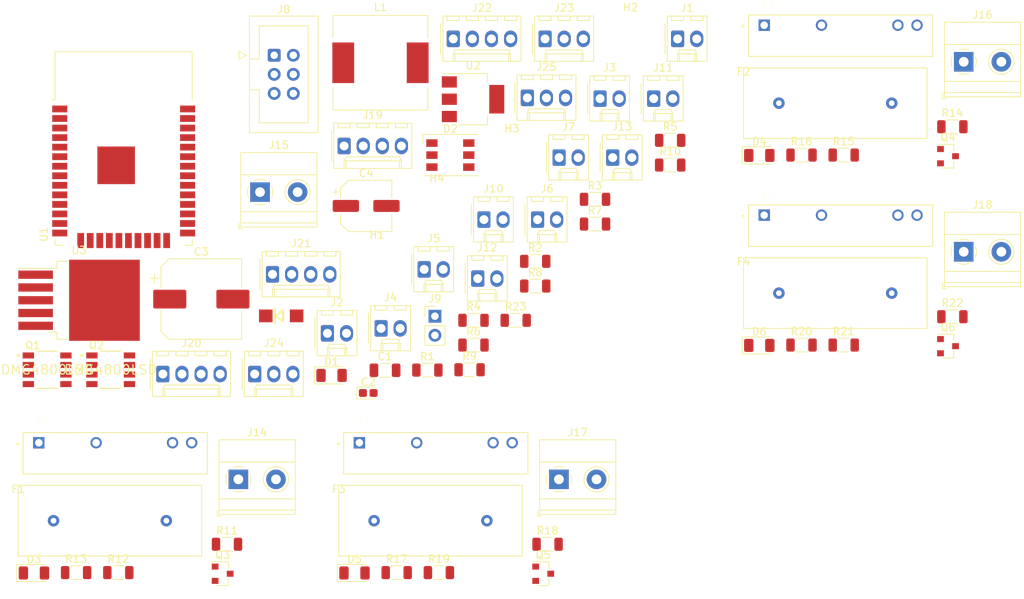
<source format=kicad_pcb>
(kicad_pcb (version 20171130) (host pcbnew 5.1.9-73d0e3b20d~88~ubuntu18.04.1)
  (layers (0 F.Cu signal) (31 B.Cu signal) (34 B.Paste user) (35 F.Paste user) (36 B.SilkS user) (37 F.SilkS user) (38 B.Mask user) (39 F.Mask user) (44 Edge.Cuts user))
  (net 0 "")
  (net 1 +5V)
  (net 2 GND)
  (net 3 +3V3)
  (net 4 +12V)
  (net 5 "Net-(D2-Pad4)")
  (net 6 "Net-(D2-Pad3)")
  (net 7 "Net-(D2-Pad2)")
  (net 8 "Net-(D2-Pad1)")
  (net 9 "Net-(D3-Pad2)")
  (net 10 "Net-(D3-Pad1)")
  (net 11 "Net-(D4-Pad1)")
  (net 12 "Net-(D4-Pad2)")
  (net 13 "Net-(D5-Pad2)")
  (net 14 "Net-(D5-Pad1)")
  (net 15 "Net-(D6-Pad1)")
  (net 16 "Net-(D6-Pad2)")
  (net 17 "Net-(D7-PadC)")
  (net 18 AC_N)
  (net 19 "Net-(F1-Pad1)")
  (net 20 "Net-(F2-Pad1)")
  (net 21 "Net-(F3-Pad1)")
  (net 22 "Net-(F4-Pad1)")
  (net 23 EN)
  (net 24 TX0)
  (net 25 RX0)
  (net 26 BOOT)
  (net 27 IO_OTA)
  (net 28 "Net-(J10-Pad1)")
  (net 29 "Net-(J11-Pad1)")
  (net 30 "Net-(J12-Pad1)")
  (net 31 "Net-(J13-Pad1)")
  (net 32 "Net-(J14-Pad1)")
  (net 33 AC_L)
  (net 34 "Net-(J16-Pad1)")
  (net 35 "Net-(J17-Pad1)")
  (net 36 "Net-(J18-Pad1)")
  (net 37 SDA0)
  (net 38 SCL0)
  (net 39 IO_A0)
  (net 40 IO_A1)
  (net 41 IO_DHT)
  (net 42 "Net-(Q1-Pad4)")
  (net 43 "Net-(Q1-Pad2)")
  (net 44 "Net-(Q2-Pad2)")
  (net 45 "Net-(Q2-Pad4)")
  (net 46 "Net-(Q3-Pad1)")
  (net 47 "Net-(Q4-Pad1)")
  (net 48 "Net-(Q5-Pad1)")
  (net 49 "Net-(Q6-Pad1)")
  (net 50 IO_STATUS)
  (net 51 PWM0)
  (net 52 PWM1)
  (net 53 PWM2)
  (net 54 PWM3)
  (net 55 IO_SSR0)
  (net 56 IO_SSR1)
  (net 57 IO_SSR2)
  (net 58 IO_SSR3)
  (net 59 "Net-(U1-Pad4)")
  (net 60 "Net-(U1-Pad5)")
  (net 61 "Net-(U1-Pad8)")
  (net 62 "Net-(U1-Pad9)")
  (net 63 "Net-(U1-Pad14)")
  (net 64 "Net-(U1-Pad17)")
  (net 65 "Net-(U1-Pad18)")
  (net 66 "Net-(U1-Pad19)")
  (net 67 "Net-(U1-Pad20)")
  (net 68 "Net-(U1-Pad21)")
  (net 69 "Net-(U1-Pad22)")
  (net 70 "Net-(U1-Pad23)")
  (net 71 "Net-(U1-Pad24)")
  (net 72 "Net-(U1-Pad29)")
  (net 73 "Net-(U1-Pad32)")
  (module TerminalBlock_Phoenix:TerminalBlock_Phoenix_MKDS-1,5-2_1x02_P5.00mm_Horizontal (layer F.Cu) (at 200.895001 53.873001)
    (fp_text reference J18 (at 2.5 -6.26) (layer F.SilkS))
    (fp_text value SSR_OUT)
    (pad 2 thru_hole circle (at 5 0) (size 2.6 2.6) (drill 1.3) (layers *.Cu *.Mask) (net 22 "Net-(F4-Pad1)"))
    (pad 1 thru_hole rect (at 0 0) (size 2.6 2.6) (drill 1.3) (layers *.Cu *.Mask) (net 36 "Net-(J18-Pad1)"))
  )
  (module TerminalBlock_Phoenix:TerminalBlock_Phoenix_MKDS-1,5-2_1x02_P5.00mm_Horizontal (layer F.Cu) (at 147.075001 84.153001)
    (fp_text reference J17 (at 2.5 -6.26) (layer F.SilkS))
    (fp_text value SSR_OUT)
    (pad 2 thru_hole circle (at 5 0) (size 2.6 2.6) (drill 1.3) (layers *.Cu *.Mask) (net 21 "Net-(F3-Pad1)"))
    (pad 1 thru_hole rect (at 0 0) (size 2.6 2.6) (drill 1.3) (layers *.Cu *.Mask) (net 35 "Net-(J17-Pad1)"))
  )
  (module TerminalBlock_Phoenix:TerminalBlock_Phoenix_MKDS-1,5-2_1x02_P5.00mm_Horizontal (layer F.Cu) (at 200.895001 28.593001)
    (fp_text reference J16 (at 2.5 -6.26) (layer F.SilkS))
    (fp_text value SSR_OUT)
    (pad 2 thru_hole circle (at 5 0) (size 2.6 2.6) (drill 1.3) (layers *.Cu *.Mask) (net 20 "Net-(F2-Pad1)"))
    (pad 1 thru_hole rect (at 0 0) (size 2.6 2.6) (drill 1.3) (layers *.Cu *.Mask) (net 34 "Net-(J16-Pad1)"))
  )
  (module TerminalBlock_Phoenix:TerminalBlock_Phoenix_MKDS-1,5-2_1x02_P5.00mm_Horizontal (layer F.Cu) (at 107.335001 45.933001)
    (fp_text reference J15 (at 2.5 -6.26) (layer F.SilkS))
    (fp_text value AC_IN)
    (pad 2 thru_hole circle (at 5 0) (size 2.6 2.6) (drill 1.3) (layers *.Cu *.Mask) (net 18 AC_N))
    (pad 1 thru_hole rect (at 0 0) (size 2.6 2.6) (drill 1.3) (layers *.Cu *.Mask) (net 33 AC_L))
  )
  (module TerminalBlock_Phoenix:TerminalBlock_Phoenix_MKDS-1,5-2_1x02_P5.00mm_Horizontal (layer F.Cu) (at 104.455001 84.153001)
    (fp_text reference J14 (at 2.5 -6.26) (layer F.SilkS))
    (fp_text value SSR_OUT)
    (pad 2 thru_hole circle (at 5 0) (size 2.6 2.6) (drill 1.3) (layers *.Cu *.Mask) (net 19 "Net-(F1-Pad1)"))
    (pad 1 thru_hole rect (at 0 0) (size 2.6 2.6) (drill 1.3) (layers *.Cu *.Mask) (net 32 "Net-(J14-Pad1)"))
  )
  (module SS54:DO-214AC (layer F.Cu) (at 110.15 62.405001)
    (fp_text reference D7 (at 0.535 -1.921) (layer F.SilkS) (effects (font (thickness 0.015))))
    (fp_text value SS54)
    (pad A smd rect (at 2.05 0) (size 1.8 1.7) (layers F.Cu F.Paste F.Mask) (net 2 GND))
    (pad C smd rect (at -2.05 0) (size 1.8 1.7) (layers F.Cu F.Paste F.Mask) (net 17 "Net-(D7-PadC)"))
  )
  (module eec:Diodes_Inc.-SO-8-03_2017-0-MFG (layer F.Cu) (at 79.030001 69.573001)
    (fp_text reference Q1 (at -3 -3.25) (layer F.SilkS) (effects (justify left)))
    (fp_text value DMG4800LSD (at 0 0) (layer F.SilkS) (effects (font (size 1.27 1.27))))
    (pad 8 smd rect (at 2.4975 -1.905) (size 1.505 0.802) (layers F.Cu F.Paste F.Mask) (net 28 "Net-(J10-Pad1)"))
    (pad 7 smd rect (at 2.4975 -0.635) (size 1.505 0.802) (layers F.Cu F.Paste F.Mask) (net 28 "Net-(J10-Pad1)"))
    (pad 6 smd rect (at 2.4975 0.635) (size 1.505 0.802) (layers F.Cu F.Paste F.Mask) (net 29 "Net-(J11-Pad1)"))
    (pad 5 smd rect (at 2.4975 1.905) (size 1.505 0.802) (layers F.Cu F.Paste F.Mask) (net 29 "Net-(J11-Pad1)"))
    (pad 4 smd rect (at -2.4975 1.905) (size 1.505 0.802) (layers F.Cu F.Paste F.Mask) (net 42 "Net-(Q1-Pad4)"))
    (pad 3 smd rect (at -2.4975 0.635) (size 1.505 0.802) (layers F.Cu F.Paste F.Mask) (net 2 GND))
    (pad 2 smd rect (at -2.4975 -0.635) (size 1.505 0.802) (layers F.Cu F.Paste F.Mask) (net 43 "Net-(Q1-Pad2)"))
    (pad 1 smd rect (at -2.4975 -1.905) (size 1.505 0.802) (layers F.Cu F.Paste F.Mask) (net 2 GND))
  )
  (module eec:Diodes_Inc.-SO-8-03_2017-0-MFG (layer F.Cu) (at 87.480001 69.573001)
    (fp_text reference Q2 (at -3 -3.25) (layer F.SilkS) (effects (justify left)))
    (fp_text value DMG4800LSD (at 0 0) (layer F.SilkS) (effects (font (size 1.27 1.27))))
    (pad 8 smd rect (at 2.4975 -1.905) (size 1.505 0.802) (layers F.Cu F.Paste F.Mask) (net 30 "Net-(J12-Pad1)"))
    (pad 7 smd rect (at 2.4975 -0.635) (size 1.505 0.802) (layers F.Cu F.Paste F.Mask) (net 30 "Net-(J12-Pad1)"))
    (pad 6 smd rect (at 2.4975 0.635) (size 1.505 0.802) (layers F.Cu F.Paste F.Mask) (net 31 "Net-(J13-Pad1)"))
    (pad 5 smd rect (at 2.4975 1.905) (size 1.505 0.802) (layers F.Cu F.Paste F.Mask) (net 31 "Net-(J13-Pad1)"))
    (pad 4 smd rect (at -2.4975 1.905) (size 1.505 0.802) (layers F.Cu F.Paste F.Mask) (net 45 "Net-(Q2-Pad4)"))
    (pad 3 smd rect (at -2.4975 0.635) (size 1.505 0.802) (layers F.Cu F.Paste F.Mask) (net 2 GND))
    (pad 2 smd rect (at -2.4975 -0.635) (size 1.505 0.802) (layers F.Cu F.Paste F.Mask) (net 44 "Net-(Q2-Pad2)"))
    (pad 1 smd rect (at -2.4975 -1.905) (size 1.505 0.802) (layers F.Cu F.Paste F.Mask) (net 2 GND))
  )
  (module G3MB202PDC12:RELAY_G3MB202PDC12 (layer F.Cu) (at 130.704001 80.683001)
    (fp_text reference K3 (at -9.588675 -4.140905) (layer F.SilkS) (effects (font (size 1.001425 1.001425) (thickness 0.015))))
    (fp_text value G3MB202PDC12)
    (pad 1 thru_hole rect (at -10.16 -1.4) (size 1.508 1.508) (drill 1) (layers *.Cu *.Mask) (net 35 "Net-(J17-Pad1)"))
    (pad 2 thru_hole circle (at -2.54 -1.4) (size 1.508 1.508) (drill 1) (layers *.Cu *.Mask) (net 33 AC_L))
    (pad 3 thru_hole circle (at 7.62 -1.4) (size 1.508 1.508) (drill 1) (layers *.Cu *.Mask) (net 1 +5V))
    (pad 4 thru_hole circle (at 10.16 -1.4) (size 1.508 1.508) (drill 1) (layers *.Cu *.Mask) (net 14 "Net-(D5-Pad1)"))
  )
  (module G3MB202PDC12:RELAY_G3MB202PDC12 (layer F.Cu) (at 88.084001 80.683001)
    (fp_text reference K1 (at -9.588675 -4.140905) (layer F.SilkS) (effects (font (size 1.001425 1.001425) (thickness 0.015))))
    (fp_text value G3MB202PDC12)
    (pad 1 thru_hole rect (at -10.16 -1.4) (size 1.508 1.508) (drill 1) (layers *.Cu *.Mask) (net 32 "Net-(J14-Pad1)"))
    (pad 2 thru_hole circle (at -2.54 -1.4) (size 1.508 1.508) (drill 1) (layers *.Cu *.Mask) (net 33 AC_L))
    (pad 3 thru_hole circle (at 7.62 -1.4) (size 1.508 1.508) (drill 1) (layers *.Cu *.Mask) (net 1 +5V))
    (pad 4 thru_hole circle (at 10.16 -1.4) (size 1.508 1.508) (drill 1) (layers *.Cu *.Mask) (net 10 "Net-(D3-Pad1)"))
  )
  (module G3MB202PDC12:RELAY_G3MB202PDC12 (layer F.Cu) (at 184.524001 25.123001)
    (fp_text reference K2 (at -9.588675 -4.140905) (layer F.SilkS) (effects (font (size 1.001425 1.001425) (thickness 0.015))))
    (fp_text value G3MB202PDC12)
    (pad 1 thru_hole rect (at -10.16 -1.4) (size 1.508 1.508) (drill 1) (layers *.Cu *.Mask) (net 34 "Net-(J16-Pad1)"))
    (pad 2 thru_hole circle (at -2.54 -1.4) (size 1.508 1.508) (drill 1) (layers *.Cu *.Mask) (net 33 AC_L))
    (pad 3 thru_hole circle (at 7.62 -1.4) (size 1.508 1.508) (drill 1) (layers *.Cu *.Mask) (net 1 +5V))
    (pad 4 thru_hole circle (at 10.16 -1.4) (size 1.508 1.508) (drill 1) (layers *.Cu *.Mask) (net 11 "Net-(D4-Pad1)"))
  )
  (module G3MB202PDC12:RELAY_G3MB202PDC12 (layer F.Cu) (at 184.524001 50.403001)
    (fp_text reference K4 (at -9.588675 -4.140905) (layer F.SilkS) (effects (font (size 1.001425 1.001425) (thickness 0.015))))
    (fp_text value G3MB202PDC12)
    (pad 1 thru_hole rect (at -10.16 -1.4) (size 1.508 1.508) (drill 1) (layers *.Cu *.Mask) (net 36 "Net-(J18-Pad1)"))
    (pad 2 thru_hole circle (at -2.54 -1.4) (size 1.508 1.508) (drill 1) (layers *.Cu *.Mask) (net 33 AC_L))
    (pad 3 thru_hole circle (at 7.62 -1.4) (size 1.508 1.508) (drill 1) (layers *.Cu *.Mask) (net 1 +5V))
    (pad 4 thru_hole circle (at 10.16 -1.4) (size 1.508 1.508) (drill 1) (layers *.Cu *.Mask) (net 15 "Net-(D6-Pad1)"))
  )
  (module Capacitor_SMD:C_1206_3216Metric (layer F.Cu) (at 123.955001 69.643001)
    (fp_text reference C1 (at 0 -1.85) (layer F.SilkS))
    (fp_text value 10uF)
    (pad 1 smd roundrect (at -1.475 0) (size 1.15 1.8) (layers F.Cu F.Paste F.Mask) (roundrect_rratio 0.217391) (net 1 +5V))
    (pad 2 smd roundrect (at 1.475 0) (size 1.15 1.8) (layers F.Cu F.Paste F.Mask) (roundrect_rratio 0.217391) (net 2 GND))
  )
  (module Capacitor_Tantalum_SMD:CP_EIA-1608-08_AVX-J (layer F.Cu) (at 121.720001 72.663001)
    (fp_text reference C2 (at 0 -1.48) (layer F.SilkS))
    (fp_text value 22uF)
    (pad 1 smd roundrect (at -0.7125 0) (size 1.075 1.05) (layers F.Cu F.Paste F.Mask) (roundrect_rratio 0.238095) (net 3 +3V3))
    (pad 2 smd roundrect (at 0.7125 0) (size 1.075 1.05) (layers F.Cu F.Paste F.Mask) (roundrect_rratio 0.238095) (net 2 GND))
  )
  (module Capacitor_SMD:CP_Elec_10x10.5 (layer F.Cu) (at 99.530001 60.173001)
    (fp_text reference C3 (at 0 -6.3) (layer F.SilkS))
    (fp_text value 470uF)
    (pad 1 smd roundrect (at -4.2 0) (size 4.4 2.5) (layers F.Cu F.Paste F.Mask) (roundrect_rratio 0.1) (net 4 +12V))
    (pad 2 smd roundrect (at 4.2 0) (size 4.4 2.5) (layers F.Cu F.Paste F.Mask) (roundrect_rratio 0.1) (net 2 GND))
  )
  (module Capacitor_SMD:CP_Elec_6.3x5.8 (layer F.Cu) (at 121.445001 47.773001)
    (fp_text reference C4 (at 0 -4.35) (layer F.SilkS))
    (fp_text value 220uF)
    (pad 1 smd roundrect (at -2.7 0) (size 3.5 1.6) (layers F.Cu F.Paste F.Mask) (roundrect_rratio 0.15625) (net 1 +5V))
    (pad 2 smd roundrect (at 2.7 0) (size 3.5 1.6) (layers F.Cu F.Paste F.Mask) (roundrect_rratio 0.15625) (net 2 GND))
  )
  (module Diode_SMD:D_1206_3216Metric (layer F.Cu) (at 116.845001 70.323001)
    (fp_text reference D1 (at 0 -1.82) (layer F.SilkS))
    (fp_text value D)
    (pad 1 smd roundrect (at -1.4 0) (size 1.25 1.75) (layers F.Cu F.Paste F.Mask) (roundrect_rratio 0.2) (net 4 +12V))
    (pad 2 smd roundrect (at 1.4 0) (size 1.25 1.75) (layers F.Cu F.Paste F.Mask) (roundrect_rratio 0.2) (net 2 GND))
  )
  (module LED_SMD:LED_WS2812_PLCC6_5.0x5.0mm_P1.6mm (layer F.Cu) (at 132.640001 41.008001)
    (fp_text reference D2 (at 0 -3.5) (layer F.SilkS))
    (fp_text value WS2812)
    (pad 4 smd rect (at 2.45 1.6) (size 1.5 1) (layers F.Cu F.Paste F.Mask) (net 5 "Net-(D2-Pad4)"))
    (pad 5 smd rect (at 2.45 0) (size 1.5 1) (layers F.Cu F.Paste F.Mask) (net 6 "Net-(D2-Pad3)"))
    (pad 6 smd rect (at 2.45 -1.6) (size 1.5 1) (layers F.Cu F.Paste F.Mask) (net 2 GND))
    (pad 3 smd rect (at -2.45 1.6) (size 1.5 1) (layers F.Cu F.Paste F.Mask) (net 6 "Net-(D2-Pad3)"))
    (pad 2 smd rect (at -2.45 0) (size 1.5 1) (layers F.Cu F.Paste F.Mask) (net 7 "Net-(D2-Pad2)"))
    (pad 1 smd rect (at -2.45 -1.6) (size 1.5 1) (layers F.Cu F.Paste F.Mask) (net 8 "Net-(D2-Pad1)"))
  )
  (module LED_SMD:LED_1206_3216Metric (layer F.Cu) (at 77.275001 96.613001)
    (fp_text reference D3 (at 0 -1.82) (layer F.SilkS))
    (fp_text value LED)
    (pad 2 smd roundrect (at 1.4 0) (size 1.25 1.75) (layers F.Cu F.Paste F.Mask) (roundrect_rratio 0.2) (net 9 "Net-(D3-Pad2)"))
    (pad 1 smd roundrect (at -1.4 0) (size 1.25 1.75) (layers F.Cu F.Paste F.Mask) (roundrect_rratio 0.2) (net 10 "Net-(D3-Pad1)"))
  )
  (module LED_SMD:LED_1206_3216Metric (layer F.Cu) (at 173.715001 41.053001)
    (fp_text reference D4 (at 0 -1.82) (layer F.SilkS))
    (fp_text value LED)
    (pad 1 smd roundrect (at -1.4 0) (size 1.25 1.75) (layers F.Cu F.Paste F.Mask) (roundrect_rratio 0.2) (net 11 "Net-(D4-Pad1)"))
    (pad 2 smd roundrect (at 1.4 0) (size 1.25 1.75) (layers F.Cu F.Paste F.Mask) (roundrect_rratio 0.2) (net 12 "Net-(D4-Pad2)"))
  )
  (module LED_SMD:LED_1206_3216Metric (layer F.Cu) (at 119.895001 96.613001)
    (fp_text reference D5 (at 0 -1.82) (layer F.SilkS))
    (fp_text value LED)
    (pad 2 smd roundrect (at 1.4 0) (size 1.25 1.75) (layers F.Cu F.Paste F.Mask) (roundrect_rratio 0.2) (net 13 "Net-(D5-Pad2)"))
    (pad 1 smd roundrect (at -1.4 0) (size 1.25 1.75) (layers F.Cu F.Paste F.Mask) (roundrect_rratio 0.2) (net 14 "Net-(D5-Pad1)"))
  )
  (module LED_SMD:LED_1206_3216Metric (layer F.Cu) (at 173.715001 66.333001)
    (fp_text reference D6 (at 0 -1.82) (layer F.SilkS))
    (fp_text value LED)
    (pad 1 smd roundrect (at -1.4 0) (size 1.25 1.75) (layers F.Cu F.Paste F.Mask) (roundrect_rratio 0.2) (net 15 "Net-(D6-Pad1)"))
    (pad 2 smd roundrect (at 1.4 0) (size 1.25 1.75) (layers F.Cu F.Paste F.Mask) (roundrect_rratio 0.2) (net 16 "Net-(D6-Pad2)"))
  )
  (module "Fuse_holder:ASI PTF-76 5x20mm Fuse Holder" (layer F.Cu) (at 75.18 84.958)
    (fp_text reference F1 (at 0 0.5) (layer F.SilkS))
    (fp_text value 2A)
    (pad 2 thru_hole circle (at 19.7 4.7) (size 1.524 1.524) (drill 0.762) (layers *.Cu *.Mask) (net 18 AC_N))
    (pad 1 thru_hole circle (at 4.7 4.7) (size 1.524 1.524) (drill 0.762) (layers *.Cu *.Mask) (net 19 "Net-(F1-Pad1)"))
  )
  (module "Fuse_holder:ASI PTF-76 5x20mm Fuse Holder" (layer F.Cu) (at 171.62 29.398)
    (fp_text reference F2 (at 0 0.5) (layer F.SilkS))
    (fp_text value 2A)
    (pad 2 thru_hole circle (at 19.7 4.7) (size 1.524 1.524) (drill 0.762) (layers *.Cu *.Mask) (net 18 AC_N))
    (pad 1 thru_hole circle (at 4.7 4.7) (size 1.524 1.524) (drill 0.762) (layers *.Cu *.Mask) (net 20 "Net-(F2-Pad1)"))
  )
  (module "Fuse_holder:ASI PTF-76 5x20mm Fuse Holder" (layer F.Cu) (at 117.8 84.958)
    (fp_text reference F3 (at 0 0.5) (layer F.SilkS))
    (fp_text value 2A)
    (pad 1 thru_hole circle (at 4.7 4.7) (size 1.524 1.524) (drill 0.762) (layers *.Cu *.Mask) (net 21 "Net-(F3-Pad1)"))
    (pad 2 thru_hole circle (at 19.7 4.7) (size 1.524 1.524) (drill 0.762) (layers *.Cu *.Mask) (net 18 AC_N))
  )
  (module "Fuse_holder:ASI PTF-76 5x20mm Fuse Holder" (layer F.Cu) (at 171.62 54.678)
    (fp_text reference F4 (at 0 0.5) (layer F.SilkS))
    (fp_text value 2A)
    (pad 1 thru_hole circle (at 4.7 4.7) (size 1.524 1.524) (drill 0.762) (layers *.Cu *.Mask) (net 22 "Net-(F4-Pad1)"))
    (pad 2 thru_hole circle (at 19.7 4.7) (size 1.524 1.524) (drill 0.762) (layers *.Cu *.Mask) (net 18 AC_N))
  )
  (module MountingHole:MountingHole_3.2mm_M3 (layer F.Cu) (at 122.885001 55.823001)
    (fp_text reference H1 (at 0 -4.2) (layer F.SilkS))
    (fp_text value MountingHole)
    (pad 1 np_thru_hole circle (at 0 0) (size 3.2 3.2) (drill 3.2) (layers *.Cu *.Mask))
  )
  (module MountingHole:MountingHole_3.2mm_M3 (layer F.Cu) (at 156.585001 25.573001)
    (fp_text reference H2 (at 0 -4.2) (layer F.SilkS))
    (fp_text value MountingHole)
    (pad 1 np_thru_hole circle (at 0 0) (size 3.2 3.2) (drill 3.2) (layers *.Cu *.Mask))
  )
  (module MountingHole:MountingHole_3.2mm_M3 (layer F.Cu) (at 140.825001 41.673001)
    (fp_text reference H3 (at 0 -4.2) (layer F.SilkS))
    (fp_text value MountingHole)
    (pad 1 np_thru_hole circle (at 0 0) (size 3.2 3.2) (drill 3.2) (layers *.Cu *.Mask))
  )
  (module MountingHole:MountingHole_3.2mm_M3 (layer F.Cu) (at 130.835001 48.293001)
    (fp_text reference H4 (at 0 -4.2) (layer F.SilkS))
    (fp_text value MountingHole)
    (pad 1 np_thru_hole circle (at 0 0) (size 3.2 3.2) (drill 3.2) (layers *.Cu *.Mask))
  )
  (module Connector_Molex:Molex_KK-254_AE-6410-02A_1x02_P2.54mm_Vertical (layer F.Cu) (at 162.855001 25.543001)
    (fp_text reference J1 (at 1.27 -4.12) (layer F.SilkS))
    (fp_text value 5V_OUT)
    (pad 1 thru_hole roundrect (at 0 0) (size 1.74 2.19) (drill 1.19) (layers *.Cu *.Mask) (roundrect_rratio 0.143678) (net 1 +5V))
    (pad 2 thru_hole oval (at 2.54 0) (size 1.74 2.19) (drill 1.19) (layers *.Cu *.Mask) (net 2 GND))
  )
  (module Connector_Molex:Molex_KK-254_AE-6410-02A_1x02_P2.54mm_Vertical (layer F.Cu) (at 116.295001 64.723001)
    (fp_text reference J2 (at 1.27 -4.12) (layer F.SilkS))
    (fp_text value 12V)
    (pad 2 thru_hole oval (at 2.54 0) (size 1.74 2.19) (drill 1.19) (layers *.Cu *.Mask) (net 2 GND))
    (pad 1 thru_hole roundrect (at 0 0) (size 1.74 2.19) (drill 1.19) (layers *.Cu *.Mask) (roundrect_rratio 0.143678) (net 4 +12V))
  )
  (module Connector_Molex:Molex_KK-254_AE-6410-02A_1x02_P2.54mm_Vertical (layer F.Cu) (at 152.545001 33.493001)
    (fp_text reference J3 (at 1.27 -4.12) (layer F.SilkS))
    (fp_text value 5V_OUT)
    (pad 2 thru_hole oval (at 2.54 0) (size 1.74 2.19) (drill 1.19) (layers *.Cu *.Mask) (net 2 GND))
    (pad 1 thru_hole roundrect (at 0 0) (size 1.74 2.19) (drill 1.19) (layers *.Cu *.Mask) (roundrect_rratio 0.143678) (net 1 +5V))
  )
  (module Connector_Molex:Molex_KK-254_AE-6410-02A_1x02_P2.54mm_Vertical (layer F.Cu) (at 123.425001 64.063001)
    (fp_text reference J4 (at 1.27 -4.12) (layer F.SilkS))
    (fp_text value 12V)
    (pad 1 thru_hole roundrect (at 0 0) (size 1.74 2.19) (drill 1.19) (layers *.Cu *.Mask) (roundrect_rratio 0.143678) (net 4 +12V))
    (pad 2 thru_hole oval (at 2.54 0) (size 1.74 2.19) (drill 1.19) (layers *.Cu *.Mask) (net 2 GND))
  )
  (module Connector_Molex:Molex_KK-254_AE-6410-02A_1x02_P2.54mm_Vertical (layer F.Cu) (at 129.155001 56.213001)
    (fp_text reference J5 (at 1.27 -4.12) (layer F.SilkS))
    (fp_text value 5V_OUT)
    (pad 2 thru_hole oval (at 2.54 0) (size 1.74 2.19) (drill 1.19) (layers *.Cu *.Mask) (net 2 GND))
    (pad 1 thru_hole roundrect (at 0 0) (size 1.74 2.19) (drill 1.19) (layers *.Cu *.Mask) (roundrect_rratio 0.143678) (net 1 +5V))
  )
  (module Connector_Molex:Molex_KK-254_AE-6410-02A_1x02_P2.54mm_Vertical (layer F.Cu) (at 144.235001 49.593001)
    (fp_text reference J6 (at 1.27 -4.12) (layer F.SilkS))
    (fp_text value 12V)
    (pad 2 thru_hole oval (at 2.54 0) (size 1.74 2.19) (drill 1.19) (layers *.Cu *.Mask) (net 2 GND))
    (pad 1 thru_hole roundrect (at 0 0) (size 1.74 2.19) (drill 1.19) (layers *.Cu *.Mask) (roundrect_rratio 0.143678) (net 4 +12V))
  )
  (module Connector_Molex:Molex_KK-254_AE-6410-02A_1x02_P2.54mm_Vertical (layer F.Cu) (at 147.095001 41.343001)
    (fp_text reference J7 (at 1.27 -4.12) (layer F.SilkS))
    (fp_text value 12V)
    (pad 1 thru_hole roundrect (at 0 0) (size 1.74 2.19) (drill 1.19) (layers *.Cu *.Mask) (roundrect_rratio 0.143678) (net 4 +12V))
    (pad 2 thru_hole oval (at 2.54 0) (size 1.74 2.19) (drill 1.19) (layers *.Cu *.Mask) (net 2 GND))
  )
  (module Connector_IDC:IDC-Header_2x03_P2.54mm_Vertical (layer F.Cu) (at 109.220001 27.723001)
    (fp_text reference J8 (at 1.27 -6.1) (layer F.SilkS))
    (fp_text value ESP-Prog)
    (pad 1 thru_hole roundrect (at 0 0) (size 1.7 1.7) (drill 1) (layers *.Cu *.Mask) (roundrect_rratio 0.147059) (net 23 EN))
    (pad 3 thru_hole circle (at 0 2.54) (size 1.7 1.7) (drill 1) (layers *.Cu *.Mask) (net 24 TX0))
    (pad 5 thru_hole circle (at 0 5.08) (size 1.7 1.7) (drill 1) (layers *.Cu *.Mask) (net 25 RX0))
    (pad 2 thru_hole circle (at 2.54 0) (size 1.7 1.7) (drill 1) (layers *.Cu *.Mask) (net 3 +3V3))
    (pad 4 thru_hole circle (at 2.54 2.54) (size 1.7 1.7) (drill 1) (layers *.Cu *.Mask) (net 2 GND))
    (pad 6 thru_hole circle (at 2.54 5.08) (size 1.7 1.7) (drill 1) (layers *.Cu *.Mask) (net 26 BOOT))
  )
  (module Connector_PinHeader_2.54mm:PinHeader_1x02_P2.54mm_Vertical (layer F.Cu) (at 130.585001 62.443001)
    (fp_text reference J9 (at 0 -2.33) (layer F.SilkS))
    (fp_text value Conn_01x02_Male)
    (pad 1 thru_hole rect (at 0 0) (size 1.7 1.7) (drill 1) (layers *.Cu *.Mask) (net 2 GND))
    (pad 2 thru_hole oval (at 0 2.54) (size 1.7 1.7) (drill 1) (layers *.Cu *.Mask) (net 27 IO_OTA))
  )
  (module Connector_Molex:Molex_KK-254_AE-6410-02A_1x02_P2.54mm_Vertical (layer F.Cu) (at 137.105001 49.593001)
    (fp_text reference J10 (at 1.27 -4.12) (layer F.SilkS))
    (fp_text value PWM0)
    (pad 2 thru_hole oval (at 2.54 0) (size 1.74 2.19) (drill 1.19) (layers *.Cu *.Mask) (net 4 +12V))
    (pad 1 thru_hole roundrect (at 0 0) (size 1.74 2.19) (drill 1.19) (layers *.Cu *.Mask) (roundrect_rratio 0.143678) (net 28 "Net-(J10-Pad1)"))
  )
  (module Connector_Molex:Molex_KK-254_AE-6410-02A_1x02_P2.54mm_Vertical (layer F.Cu) (at 159.675001 33.493001)
    (fp_text reference J11 (at 1.27 -4.12) (layer F.SilkS))
    (fp_text value PWM1)
    (pad 1 thru_hole roundrect (at 0 0) (size 1.74 2.19) (drill 1.19) (layers *.Cu *.Mask) (roundrect_rratio 0.143678) (net 29 "Net-(J11-Pad1)"))
    (pad 2 thru_hole oval (at 2.54 0) (size 1.74 2.19) (drill 1.19) (layers *.Cu *.Mask) (net 4 +12V))
  )
  (module Connector_Molex:Molex_KK-254_AE-6410-02A_1x02_P2.54mm_Vertical (layer F.Cu) (at 136.285001 57.443001)
    (fp_text reference J12 (at 1.27 -4.12) (layer F.SilkS))
    (fp_text value PWM2)
    (pad 1 thru_hole roundrect (at 0 0) (size 1.74 2.19) (drill 1.19) (layers *.Cu *.Mask) (roundrect_rratio 0.143678) (net 30 "Net-(J12-Pad1)"))
    (pad 2 thru_hole oval (at 2.54 0) (size 1.74 2.19) (drill 1.19) (layers *.Cu *.Mask) (net 4 +12V))
  )
  (module Connector_Molex:Molex_KK-254_AE-6410-02A_1x02_P2.54mm_Vertical (layer F.Cu) (at 154.225001 41.343001)
    (fp_text reference J13 (at 1.27 -4.12) (layer F.SilkS))
    (fp_text value PWM3)
    (pad 1 thru_hole roundrect (at 0 0) (size 1.74 2.19) (drill 1.19) (layers *.Cu *.Mask) (roundrect_rratio 0.143678) (net 31 "Net-(J13-Pad1)"))
    (pad 2 thru_hole oval (at 2.54 0) (size 1.74 2.19) (drill 1.19) (layers *.Cu *.Mask) (net 4 +12V))
  )
  (module Connector_Molex:Molex_KK-254_AE-6410-04A_1x04_P2.54mm_Vertical (layer F.Cu) (at 118.515001 39.793001)
    (fp_text reference J19 (at 3.81 -4.12) (layer F.SilkS))
    (fp_text value I2C)
    (pad 1 thru_hole roundrect (at 0 0) (size 1.74 2.19) (drill 1.19) (layers *.Cu *.Mask) (roundrect_rratio 0.143678) (net 2 GND))
    (pad 2 thru_hole oval (at 2.54 0) (size 1.74 2.19) (drill 1.19) (layers *.Cu *.Mask) (net 3 +3V3))
    (pad 3 thru_hole oval (at 5.08 0) (size 1.74 2.19) (drill 1.19) (layers *.Cu *.Mask) (net 37 SDA0))
    (pad 4 thru_hole oval (at 7.62 0) (size 1.74 2.19) (drill 1.19) (layers *.Cu *.Mask) (net 38 SCL0))
  )
  (module Connector_Molex:Molex_KK-254_AE-6410-04A_1x04_P2.54mm_Vertical (layer F.Cu) (at 94.415001 70.143001)
    (fp_text reference J20 (at 3.81 -4.12) (layer F.SilkS))
    (fp_text value I2C)
    (pad 4 thru_hole oval (at 7.62 0) (size 1.74 2.19) (drill 1.19) (layers *.Cu *.Mask) (net 38 SCL0))
    (pad 3 thru_hole oval (at 5.08 0) (size 1.74 2.19) (drill 1.19) (layers *.Cu *.Mask) (net 37 SDA0))
    (pad 2 thru_hole oval (at 2.54 0) (size 1.74 2.19) (drill 1.19) (layers *.Cu *.Mask) (net 3 +3V3))
    (pad 1 thru_hole roundrect (at 0 0) (size 1.74 2.19) (drill 1.19) (layers *.Cu *.Mask) (roundrect_rratio 0.143678) (net 2 GND))
  )
  (module Connector_Molex:Molex_KK-254_AE-6410-04A_1x04_P2.54mm_Vertical (layer F.Cu) (at 108.995001 56.873001)
    (fp_text reference J21 (at 3.81 -4.12) (layer F.SilkS))
    (fp_text value I2C)
    (pad 1 thru_hole roundrect (at 0 0) (size 1.74 2.19) (drill 1.19) (layers *.Cu *.Mask) (roundrect_rratio 0.143678) (net 2 GND))
    (pad 2 thru_hole oval (at 2.54 0) (size 1.74 2.19) (drill 1.19) (layers *.Cu *.Mask) (net 3 +3V3))
    (pad 3 thru_hole oval (at 5.08 0) (size 1.74 2.19) (drill 1.19) (layers *.Cu *.Mask) (net 37 SDA0))
    (pad 4 thru_hole oval (at 7.62 0) (size 1.74 2.19) (drill 1.19) (layers *.Cu *.Mask) (net 38 SCL0))
  )
  (module Connector_Molex:Molex_KK-254_AE-6410-04A_1x04_P2.54mm_Vertical (layer F.Cu) (at 133.025001 25.543001)
    (fp_text reference J22 (at 3.81 -4.12) (layer F.SilkS))
    (fp_text value I2C)
    (pad 4 thru_hole oval (at 7.62 0) (size 1.74 2.19) (drill 1.19) (layers *.Cu *.Mask) (net 38 SCL0))
    (pad 3 thru_hole oval (at 5.08 0) (size 1.74 2.19) (drill 1.19) (layers *.Cu *.Mask) (net 37 SDA0))
    (pad 2 thru_hole oval (at 2.54 0) (size 1.74 2.19) (drill 1.19) (layers *.Cu *.Mask) (net 3 +3V3))
    (pad 1 thru_hole roundrect (at 0 0) (size 1.74 2.19) (drill 1.19) (layers *.Cu *.Mask) (roundrect_rratio 0.143678) (net 2 GND))
  )
  (module Connector_Molex:Molex_KK-254_AE-6410-03A_1x03_P2.54mm_Vertical (layer F.Cu) (at 145.235001 25.543001)
    (fp_text reference J23 (at 2.54 -4.12) (layer F.SilkS))
    (fp_text value A0)
    (pad 1 thru_hole roundrect (at 0 0) (size 1.74 2.19) (drill 1.19) (layers *.Cu *.Mask) (roundrect_rratio 0.143678) (net 2 GND))
    (pad 2 thru_hole oval (at 2.54 0) (size 1.74 2.19) (drill 1.19) (layers *.Cu *.Mask) (net 3 +3V3))
    (pad 3 thru_hole oval (at 5.08 0) (size 1.74 2.19) (drill 1.19) (layers *.Cu *.Mask) (net 39 IO_A0))
  )
  (module Connector_Molex:Molex_KK-254_AE-6410-03A_1x03_P2.54mm_Vertical (layer F.Cu) (at 106.625001 70.143001)
    (fp_text reference J24 (at 2.54 -4.12) (layer F.SilkS))
    (fp_text value A1)
    (pad 3 thru_hole oval (at 5.08 0) (size 1.74 2.19) (drill 1.19) (layers *.Cu *.Mask) (net 40 IO_A1))
    (pad 2 thru_hole oval (at 2.54 0) (size 1.74 2.19) (drill 1.19) (layers *.Cu *.Mask) (net 3 +3V3))
    (pad 1 thru_hole roundrect (at 0 0) (size 1.74 2.19) (drill 1.19) (layers *.Cu *.Mask) (roundrect_rratio 0.143678) (net 2 GND))
  )
  (module Connector_Molex:Molex_KK-254_AE-6410-03A_1x03_P2.54mm_Vertical (layer F.Cu) (at 142.875001 33.393001)
    (fp_text reference J25 (at 2.54 -4.12) (layer F.SilkS))
    (fp_text value DHT)
    (pad 1 thru_hole roundrect (at 0 0) (size 1.74 2.19) (drill 1.19) (layers *.Cu *.Mask) (roundrect_rratio 0.143678) (net 2 GND))
    (pad 2 thru_hole oval (at 2.54 0) (size 1.74 2.19) (drill 1.19) (layers *.Cu *.Mask) (net 3 +3V3))
    (pad 3 thru_hole oval (at 5.08 0) (size 1.74 2.19) (drill 1.19) (layers *.Cu *.Mask) (net 41 IO_DHT))
  )
  (module Inductor_SMD:L_12x12mm_H8mm (layer F.Cu) (at 123.345001 28.723001)
    (fp_text reference L1 (at 0 -7.4) (layer F.SilkS))
    (fp_text value 33uH)
    (pad 1 smd rect (at -4.95 0) (size 2.9 5.4) (layers F.Cu F.Paste F.Mask) (net 17 "Net-(D7-PadC)"))
    (pad 2 smd rect (at 4.95 0) (size 2.9 5.4) (layers F.Cu F.Paste F.Mask) (net 1 +5V))
  )
  (module Package_TO_SOT_SMD:SOT-23 (layer F.Cu) (at 102.365001 96.713001)
    (fp_text reference Q3 (at 0 -2.5) (layer F.SilkS))
    (fp_text value Q_NPN_BCE)
    (pad 1 smd rect (at -1 -0.95) (size 0.9 0.8) (layers F.Cu F.Paste F.Mask) (net 46 "Net-(Q3-Pad1)"))
    (pad 2 smd rect (at -1 0.95) (size 0.9 0.8) (layers F.Cu F.Paste F.Mask) (net 2 GND))
    (pad 3 smd rect (at 1 0) (size 0.9 0.8) (layers F.Cu F.Paste F.Mask) (net 10 "Net-(D3-Pad1)"))
  )
  (module Package_TO_SOT_SMD:SOT-23 (layer F.Cu) (at 198.805001 41.153001)
    (fp_text reference Q4 (at 0 -2.5) (layer F.SilkS))
    (fp_text value Q_NPN_BCE)
    (pad 3 smd rect (at 1 0) (size 0.9 0.8) (layers F.Cu F.Paste F.Mask) (net 11 "Net-(D4-Pad1)"))
    (pad 2 smd rect (at -1 0.95) (size 0.9 0.8) (layers F.Cu F.Paste F.Mask) (net 2 GND))
    (pad 1 smd rect (at -1 -0.95) (size 0.9 0.8) (layers F.Cu F.Paste F.Mask) (net 47 "Net-(Q4-Pad1)"))
  )
  (module Package_TO_SOT_SMD:SOT-23 (layer F.Cu) (at 144.985001 96.713001)
    (fp_text reference Q5 (at 0 -2.5) (layer F.SilkS))
    (fp_text value Q_NPN_BCE)
    (pad 1 smd rect (at -1 -0.95) (size 0.9 0.8) (layers F.Cu F.Paste F.Mask) (net 48 "Net-(Q5-Pad1)"))
    (pad 2 smd rect (at -1 0.95) (size 0.9 0.8) (layers F.Cu F.Paste F.Mask) (net 2 GND))
    (pad 3 smd rect (at 1 0) (size 0.9 0.8) (layers F.Cu F.Paste F.Mask) (net 14 "Net-(D5-Pad1)"))
  )
  (module Package_TO_SOT_SMD:SOT-23 (layer F.Cu) (at 198.805001 66.433001)
    (fp_text reference Q6 (at 0 -2.5) (layer F.SilkS))
    (fp_text value Q_NPN_BCE)
    (pad 3 smd rect (at 1 0) (size 0.9 0.8) (layers F.Cu F.Paste F.Mask) (net 15 "Net-(D6-Pad1)"))
    (pad 2 smd rect (at -1 0.95) (size 0.9 0.8) (layers F.Cu F.Paste F.Mask) (net 2 GND))
    (pad 1 smd rect (at -1 -0.95) (size 0.9 0.8) (layers F.Cu F.Paste F.Mask) (net 49 "Net-(Q6-Pad1)"))
  )
  (module Resistor_SMD:R_1206_3216Metric (layer F.Cu) (at 129.585001 69.613001)
    (fp_text reference R1 (at 0 -1.82) (layer F.SilkS))
    (fp_text value 500)
    (pad 2 smd roundrect (at 1.4625 0) (size 1.125 1.75) (layers F.Cu F.Paste F.Mask) (roundrect_rratio 0.222222) (net 50 IO_STATUS))
    (pad 1 smd roundrect (at -1.4625 0) (size 1.125 1.75) (layers F.Cu F.Paste F.Mask) (roundrect_rratio 0.222222) (net 7 "Net-(D2-Pad2)"))
  )
  (module Resistor_SMD:R_1206_3216Metric (layer F.Cu) (at 143.925001 55.143001)
    (fp_text reference R2 (at 0 -1.82) (layer F.SilkS))
    (fp_text value 10k)
    (pad 2 smd roundrect (at 1.4625 0) (size 1.125 1.75) (layers F.Cu F.Paste F.Mask) (roundrect_rratio 0.222222) (net 3 +3V3))
    (pad 1 smd roundrect (at -1.4625 0) (size 1.125 1.75) (layers F.Cu F.Paste F.Mask) (roundrect_rratio 0.222222) (net 27 IO_OTA))
  )
  (module Resistor_SMD:R_1206_3216Metric (layer F.Cu) (at 151.875001 46.893001)
    (fp_text reference R3 (at 0 -1.82) (layer F.SilkS))
    (fp_text value 1k)
    (pad 1 smd roundrect (at -1.4625 0) (size 1.125 1.75) (layers F.Cu F.Paste F.Mask) (roundrect_rratio 0.222222) (net 51 PWM0))
    (pad 2 smd roundrect (at 1.4625 0) (size 1.125 1.75) (layers F.Cu F.Paste F.Mask) (roundrect_rratio 0.222222) (net 43 "Net-(Q1-Pad2)"))
  )
  (module Resistor_SMD:R_1206_3216Metric (layer F.Cu) (at 135.715001 62.993001)
    (fp_text reference R4 (at 0 -1.82) (layer F.SilkS))
    (fp_text value 1k)
    (pad 1 smd roundrect (at -1.4625 0) (size 1.125 1.75) (layers F.Cu F.Paste F.Mask) (roundrect_rratio 0.222222) (net 52 PWM1))
    (pad 2 smd roundrect (at 1.4625 0) (size 1.125 1.75) (layers F.Cu F.Paste F.Mask) (roundrect_rratio 0.222222) (net 42 "Net-(Q1-Pad4)"))
  )
  (module Resistor_SMD:R_1206_3216Metric (layer F.Cu) (at 161.865001 39.043001)
    (fp_text reference R5 (at 0 -1.82) (layer F.SilkS))
    (fp_text value 10k)
    (pad 2 smd roundrect (at 1.4625 0) (size 1.125 1.75) (layers F.Cu F.Paste F.Mask) (roundrect_rratio 0.222222) (net 42 "Net-(Q1-Pad4)"))
    (pad 1 smd roundrect (at -1.4625 0) (size 1.125 1.75) (layers F.Cu F.Paste F.Mask) (roundrect_rratio 0.222222) (net 2 GND))
  )
  (module Resistor_SMD:R_1206_3216Metric (layer F.Cu) (at 135.715001 66.283001)
    (fp_text reference R6 (at 0 -1.82) (layer F.SilkS))
    (fp_text value 10k)
    (pad 2 smd roundrect (at 1.4625 0) (size 1.125 1.75) (layers F.Cu F.Paste F.Mask) (roundrect_rratio 0.222222) (net 2 GND))
    (pad 1 smd roundrect (at -1.4625 0) (size 1.125 1.75) (layers F.Cu F.Paste F.Mask) (roundrect_rratio 0.222222) (net 43 "Net-(Q1-Pad2)"))
  )
  (module Resistor_SMD:R_1206_3216Metric (layer F.Cu) (at 151.875001 50.183001)
    (fp_text reference R7 (at 0 -1.82) (layer F.SilkS))
    (fp_text value 1k)
    (pad 2 smd roundrect (at 1.4625 0) (size 1.125 1.75) (layers F.Cu F.Paste F.Mask) (roundrect_rratio 0.222222) (net 44 "Net-(Q2-Pad2)"))
    (pad 1 smd roundrect (at -1.4625 0) (size 1.125 1.75) (layers F.Cu F.Paste F.Mask) (roundrect_rratio 0.222222) (net 53 PWM2))
  )
  (module Resistor_SMD:R_1206_3216Metric (layer F.Cu) (at 143.925001 58.433001)
    (fp_text reference R8 (at 0 -1.82) (layer F.SilkS))
    (fp_text value 1k)
    (pad 2 smd roundrect (at 1.4625 0) (size 1.125 1.75) (layers F.Cu F.Paste F.Mask) (roundrect_rratio 0.222222) (net 45 "Net-(Q2-Pad4)"))
    (pad 1 smd roundrect (at -1.4625 0) (size 1.125 1.75) (layers F.Cu F.Paste F.Mask) (roundrect_rratio 0.222222) (net 54 PWM3))
  )
  (module Resistor_SMD:R_1206_3216Metric (layer F.Cu) (at 135.195001 69.573001)
    (fp_text reference R9 (at 0 -1.82) (layer F.SilkS))
    (fp_text value 10k)
    (pad 1 smd roundrect (at -1.4625 0) (size 1.125 1.75) (layers F.Cu F.Paste F.Mask) (roundrect_rratio 0.222222) (net 2 GND))
    (pad 2 smd roundrect (at 1.4625 0) (size 1.125 1.75) (layers F.Cu F.Paste F.Mask) (roundrect_rratio 0.222222) (net 45 "Net-(Q2-Pad4)"))
  )
  (module Resistor_SMD:R_1206_3216Metric (layer F.Cu) (at 161.865001 42.333001)
    (fp_text reference R10 (at 0 -1.82) (layer F.SilkS))
    (fp_text value 10k)
    (pad 1 smd roundrect (at -1.4625 0) (size 1.125 1.75) (layers F.Cu F.Paste F.Mask) (roundrect_rratio 0.222222) (net 44 "Net-(Q2-Pad2)"))
    (pad 2 smd roundrect (at 1.4625 0) (size 1.125 1.75) (layers F.Cu F.Paste F.Mask) (roundrect_rratio 0.222222) (net 2 GND))
  )
  (module Resistor_SMD:R_1206_3216Metric (layer F.Cu) (at 102.945001 92.793001)
    (fp_text reference R11 (at 0 -1.82) (layer F.SilkS))
    (fp_text value 1k)
    (pad 1 smd roundrect (at -1.4625 0) (size 1.125 1.75) (layers F.Cu F.Paste F.Mask) (roundrect_rratio 0.222222) (net 46 "Net-(Q3-Pad1)"))
    (pad 2 smd roundrect (at 1.4625 0) (size 1.125 1.75) (layers F.Cu F.Paste F.Mask) (roundrect_rratio 0.222222) (net 55 IO_SSR0))
  )
  (module Resistor_SMD:R_1206_3216Metric (layer F.Cu) (at 88.495001 96.563001)
    (fp_text reference R12 (at 0 -1.82) (layer F.SilkS))
    (fp_text value 10k)
    (pad 1 smd roundrect (at -1.4625 0) (size 1.125 1.75) (layers F.Cu F.Paste F.Mask) (roundrect_rratio 0.222222) (net 46 "Net-(Q3-Pad1)"))
    (pad 2 smd roundrect (at 1.4625 0) (size 1.125 1.75) (layers F.Cu F.Paste F.Mask) (roundrect_rratio 0.222222) (net 2 GND))
  )
  (module Resistor_SMD:R_1206_3216Metric (layer F.Cu) (at 82.885001 96.563001)
    (fp_text reference R13 (at 0 -1.82) (layer F.SilkS))
    (fp_text value 220)
    (pad 2 smd roundrect (at 1.4625 0) (size 1.125 1.75) (layers F.Cu F.Paste F.Mask) (roundrect_rratio 0.222222) (net 9 "Net-(D3-Pad2)"))
    (pad 1 smd roundrect (at -1.4625 0) (size 1.125 1.75) (layers F.Cu F.Paste F.Mask) (roundrect_rratio 0.222222) (net 1 +5V))
  )
  (module Resistor_SMD:R_1206_3216Metric (layer F.Cu) (at 199.385001 37.233001)
    (fp_text reference R14 (at 0 -1.82) (layer F.SilkS))
    (fp_text value 1k)
    (pad 1 smd roundrect (at -1.4625 0) (size 1.125 1.75) (layers F.Cu F.Paste F.Mask) (roundrect_rratio 0.222222) (net 47 "Net-(Q4-Pad1)"))
    (pad 2 smd roundrect (at 1.4625 0) (size 1.125 1.75) (layers F.Cu F.Paste F.Mask) (roundrect_rratio 0.222222) (net 56 IO_SSR1))
  )
  (module Resistor_SMD:R_1206_3216Metric (layer F.Cu) (at 184.935001 41.003001)
    (fp_text reference R15 (at 0 -1.82) (layer F.SilkS))
    (fp_text value 10k)
    (pad 2 smd roundrect (at 1.4625 0) (size 1.125 1.75) (layers F.Cu F.Paste F.Mask) (roundrect_rratio 0.222222) (net 2 GND))
    (pad 1 smd roundrect (at -1.4625 0) (size 1.125 1.75) (layers F.Cu F.Paste F.Mask) (roundrect_rratio 0.222222) (net 47 "Net-(Q4-Pad1)"))
  )
  (module Resistor_SMD:R_1206_3216Metric (layer F.Cu) (at 179.325001 41.003001)
    (fp_text reference R16 (at 0 -1.82) (layer F.SilkS))
    (fp_text value 220)
    (pad 2 smd roundrect (at 1.4625 0) (size 1.125 1.75) (layers F.Cu F.Paste F.Mask) (roundrect_rratio 0.222222) (net 12 "Net-(D4-Pad2)"))
    (pad 1 smd roundrect (at -1.4625 0) (size 1.125 1.75) (layers F.Cu F.Paste F.Mask) (roundrect_rratio 0.222222) (net 1 +5V))
  )
  (module Resistor_SMD:R_1206_3216Metric (layer F.Cu) (at 125.505001 96.563001)
    (fp_text reference R17 (at 0 -1.82) (layer F.SilkS))
    (fp_text value 1k)
    (pad 2 smd roundrect (at 1.4625 0) (size 1.125 1.75) (layers F.Cu F.Paste F.Mask) (roundrect_rratio 0.222222) (net 57 IO_SSR2))
    (pad 1 smd roundrect (at -1.4625 0) (size 1.125 1.75) (layers F.Cu F.Paste F.Mask) (roundrect_rratio 0.222222) (net 48 "Net-(Q5-Pad1)"))
  )
  (module Resistor_SMD:R_1206_3216Metric (layer F.Cu) (at 145.565001 92.793001)
    (fp_text reference R18 (at 0 -1.82) (layer F.SilkS))
    (fp_text value 10k)
    (pad 1 smd roundrect (at -1.4625 0) (size 1.125 1.75) (layers F.Cu F.Paste F.Mask) (roundrect_rratio 0.222222) (net 48 "Net-(Q5-Pad1)"))
    (pad 2 smd roundrect (at 1.4625 0) (size 1.125 1.75) (layers F.Cu F.Paste F.Mask) (roundrect_rratio 0.222222) (net 2 GND))
  )
  (module Resistor_SMD:R_1206_3216Metric (layer F.Cu) (at 131.115001 96.563001)
    (fp_text reference R19 (at 0 -1.82) (layer F.SilkS))
    (fp_text value 220)
    (pad 1 smd roundrect (at -1.4625 0) (size 1.125 1.75) (layers F.Cu F.Paste F.Mask) (roundrect_rratio 0.222222) (net 1 +5V))
    (pad 2 smd roundrect (at 1.4625 0) (size 1.125 1.75) (layers F.Cu F.Paste F.Mask) (roundrect_rratio 0.222222) (net 13 "Net-(D5-Pad2)"))
  )
  (module Resistor_SMD:R_1206_3216Metric (layer F.Cu) (at 179.325001 66.283001)
    (fp_text reference R20 (at 0 -1.82) (layer F.SilkS))
    (fp_text value 1k)
    (pad 1 smd roundrect (at -1.4625 0) (size 1.125 1.75) (layers F.Cu F.Paste F.Mask) (roundrect_rratio 0.222222) (net 49 "Net-(Q6-Pad1)"))
    (pad 2 smd roundrect (at 1.4625 0) (size 1.125 1.75) (layers F.Cu F.Paste F.Mask) (roundrect_rratio 0.222222) (net 58 IO_SSR3))
  )
  (module Resistor_SMD:R_1206_3216Metric (layer F.Cu) (at 184.935001 66.283001)
    (fp_text reference R21 (at 0 -1.82) (layer F.SilkS))
    (fp_text value 10k)
    (pad 1 smd roundrect (at -1.4625 0) (size 1.125 1.75) (layers F.Cu F.Paste F.Mask) (roundrect_rratio 0.222222) (net 49 "Net-(Q6-Pad1)"))
    (pad 2 smd roundrect (at 1.4625 0) (size 1.125 1.75) (layers F.Cu F.Paste F.Mask) (roundrect_rratio 0.222222) (net 2 GND))
  )
  (module Resistor_SMD:R_1206_3216Metric (layer F.Cu) (at 199.385001 62.513001)
    (fp_text reference R22 (at 0 -1.82) (layer F.SilkS))
    (fp_text value 220)
    (pad 1 smd roundrect (at -1.4625 0) (size 1.125 1.75) (layers F.Cu F.Paste F.Mask) (roundrect_rratio 0.222222) (net 1 +5V))
    (pad 2 smd roundrect (at 1.4625 0) (size 1.125 1.75) (layers F.Cu F.Paste F.Mask) (roundrect_rratio 0.222222) (net 16 "Net-(D6-Pad2)"))
  )
  (module Resistor_SMD:R_1206_3216Metric (layer F.Cu) (at 141.325001 62.993001)
    (fp_text reference R23 (at 0 -1.82) (layer F.SilkS))
    (fp_text value 10k)
    (pad 2 smd roundrect (at 1.4625 0) (size 1.125 1.75) (layers F.Cu F.Paste F.Mask) (roundrect_rratio 0.222222) (net 41 IO_DHT))
    (pad 1 smd roundrect (at -1.4625 0) (size 1.125 1.75) (layers F.Cu F.Paste F.Mask) (roundrect_rratio 0.222222) (net 3 +3V3))
  )
  (module RF_Module:ESP32-WROOM-32 (layer F.Cu) (at 89.205001 43.123001)
    (fp_text reference U1 (at -10.61 8.43 90) (layer F.SilkS))
    (fp_text value ESP32-WROOM-32)
    (pad 39 smd rect (at -1 -0.755) (size 5 5) (layers F.Cu F.Paste F.Mask) (net 2 GND))
    (pad 1 smd rect (at -8.5 -8.255) (size 2 0.9) (layers F.Cu F.Paste F.Mask) (net 2 GND))
    (pad 2 smd rect (at -8.5 -6.985) (size 2 0.9) (layers F.Cu F.Paste F.Mask) (net 3 +3V3))
    (pad 3 smd rect (at -8.5 -5.715) (size 2 0.9) (layers F.Cu F.Paste F.Mask) (net 23 EN))
    (pad 4 smd rect (at -8.5 -4.445) (size 2 0.9) (layers F.Cu F.Paste F.Mask) (net 59 "Net-(U1-Pad4)"))
    (pad 5 smd rect (at -8.5 -3.175) (size 2 0.9) (layers F.Cu F.Paste F.Mask) (net 60 "Net-(U1-Pad5)"))
    (pad 6 smd rect (at -8.5 -1.905) (size 2 0.9) (layers F.Cu F.Paste F.Mask) (net 39 IO_A0))
    (pad 7 smd rect (at -8.5 -0.635) (size 2 0.9) (layers F.Cu F.Paste F.Mask) (net 40 IO_A1))
    (pad 8 smd rect (at -8.5 0.635) (size 2 0.9) (layers F.Cu F.Paste F.Mask) (net 61 "Net-(U1-Pad8)"))
    (pad 9 smd rect (at -8.5 1.905) (size 2 0.9) (layers F.Cu F.Paste F.Mask) (net 62 "Net-(U1-Pad9)"))
    (pad 10 smd rect (at -8.5 3.175) (size 2 0.9) (layers F.Cu F.Paste F.Mask) (net 55 IO_SSR0))
    (pad 11 smd rect (at -8.5 4.445) (size 2 0.9) (layers F.Cu F.Paste F.Mask) (net 58 IO_SSR3))
    (pad 12 smd rect (at -8.5 5.715) (size 2 0.9) (layers F.Cu F.Paste F.Mask) (net 57 IO_SSR2))
    (pad 13 smd rect (at -8.5 6.985) (size 2 0.9) (layers F.Cu F.Paste F.Mask) (net 56 IO_SSR1))
    (pad 14 smd rect (at -8.5 8.255) (size 2 0.9) (layers F.Cu F.Paste F.Mask) (net 63 "Net-(U1-Pad14)"))
    (pad 15 smd rect (at -5.715 9.255 90) (size 2 0.9) (layers F.Cu F.Paste F.Mask) (net 2 GND))
    (pad 16 smd rect (at -4.445 9.255 90) (size 2 0.9) (layers F.Cu F.Paste F.Mask) (net 50 IO_STATUS))
    (pad 17 smd rect (at -3.175 9.255 90) (size 2 0.9) (layers F.Cu F.Paste F.Mask) (net 64 "Net-(U1-Pad17)"))
    (pad 18 smd rect (at -1.905 9.255 90) (size 2 0.9) (layers F.Cu F.Paste F.Mask) (net 65 "Net-(U1-Pad18)"))
    (pad 19 smd rect (at -0.635 9.255 90) (size 2 0.9) (layers F.Cu F.Paste F.Mask) (net 66 "Net-(U1-Pad19)"))
    (pad 20 smd rect (at 0.635 9.255 90) (size 2 0.9) (layers F.Cu F.Paste F.Mask) (net 67 "Net-(U1-Pad20)"))
    (pad 21 smd rect (at 1.905 9.255 90) (size 2 0.9) (layers F.Cu F.Paste F.Mask) (net 68 "Net-(U1-Pad21)"))
    (pad 22 smd rect (at 3.175 9.255 90) (size 2 0.9) (layers F.Cu F.Paste F.Mask) (net 69 "Net-(U1-Pad22)"))
    (pad 23 smd rect (at 4.445 9.255 90) (size 2 0.9) (layers F.Cu F.Paste F.Mask) (net 70 "Net-(U1-Pad23)"))
    (pad 24 smd rect (at 5.715 9.255 90) (size 2 0.9) (layers F.Cu F.Paste F.Mask) (net 71 "Net-(U1-Pad24)"))
    (pad 25 smd rect (at 8.5 8.255) (size 2 0.9) (layers F.Cu F.Paste F.Mask) (net 26 BOOT))
    (pad 26 smd rect (at 8.5 6.985) (size 2 0.9) (layers F.Cu F.Paste F.Mask) (net 51 PWM0))
    (pad 27 smd rect (at 8.5 5.715) (size 2 0.9) (layers F.Cu F.Paste F.Mask) (net 52 PWM1))
    (pad 28 smd rect (at 8.5 4.445) (size 2 0.9) (layers F.Cu F.Paste F.Mask) (net 53 PWM2))
    (pad 29 smd rect (at 8.5 3.175) (size 2 0.9) (layers F.Cu F.Paste F.Mask) (net 72 "Net-(U1-Pad29)"))
    (pad 30 smd rect (at 8.5 1.905) (size 2 0.9) (layers F.Cu F.Paste F.Mask) (net 27 IO_OTA))
    (pad 31 smd rect (at 8.5 0.635) (size 2 0.9) (layers F.Cu F.Paste F.Mask) (net 54 PWM3))
    (pad 32 smd rect (at 8.5 -0.635) (size 2 0.9) (layers F.Cu F.Paste F.Mask) (net 73 "Net-(U1-Pad32)"))
    (pad 33 smd rect (at 8.5 -1.905) (size 2 0.9) (layers F.Cu F.Paste F.Mask) (net 37 SDA0))
    (pad 34 smd rect (at 8.5 -3.175) (size 2 0.9) (layers F.Cu F.Paste F.Mask) (net 25 RX0))
    (pad 35 smd rect (at 8.5 -4.445) (size 2 0.9) (layers F.Cu F.Paste F.Mask) (net 24 TX0))
    (pad 36 smd rect (at 8.5 -5.715) (size 2 0.9) (layers F.Cu F.Paste F.Mask) (net 38 SCL0))
    (pad 37 smd rect (at 8.5 -6.985) (size 2 0.9) (layers F.Cu F.Paste F.Mask) (net 41 IO_DHT))
    (pad 38 smd rect (at 8.5 -8.255) (size 2 0.9) (layers F.Cu F.Paste F.Mask) (net 2 GND))
  )
  (module Package_TO_SOT_SMD:SOT-223-3_TabPin2 (layer F.Cu) (at 135.655001 33.573001)
    (fp_text reference U2 (at 0 -4.5) (layer F.SilkS))
    (fp_text value AMS1117)
    (pad 2 smd rect (at 3.15 0) (size 2 3.8) (layers F.Cu F.Paste F.Mask) (net 3 +3V3))
    (pad 2 smd rect (at -3.15 0) (size 2 1.5) (layers F.Cu F.Paste F.Mask) (net 3 +3V3))
    (pad 3 smd rect (at -3.15 2.3) (size 2 1.5) (layers F.Cu F.Paste F.Mask) (net 1 +5V))
    (pad 1 smd rect (at -3.15 -2.3) (size 2 1.5) (layers F.Cu F.Paste F.Mask) (net 2 GND))
  )
  (module Package_TO_SOT_SMD:TO-263-5_TabPin3 (layer F.Cu) (at 83.275001 60.323001)
    (fp_text reference U3 (at 0 -6.65) (layer F.SilkS))
    (fp_text value LM2596S-5)
    (pad 1 smd rect (at -5.775 -3.4) (size 4.6 1.1) (layers F.Cu F.Paste F.Mask) (net 4 +12V))
    (pad 2 smd rect (at -5.775 -1.7) (size 4.6 1.1) (layers F.Cu F.Paste F.Mask) (net 17 "Net-(D7-PadC)"))
    (pad 3 smd rect (at -5.775 0) (size 4.6 1.1) (layers F.Cu F.Paste F.Mask) (net 2 GND))
    (pad 4 smd rect (at -5.775 1.7) (size 4.6 1.1) (layers F.Cu F.Paste F.Mask) (net 1 +5V))
    (pad 5 smd rect (at -5.775 3.4) (size 4.6 1.1) (layers F.Cu F.Paste F.Mask) (net 2 GND))
    (pad 3 smd rect (at 3.375 0) (size 9.4 10.8) (layers F.Cu F.Mask) (net 2 GND))
  )
)
</source>
